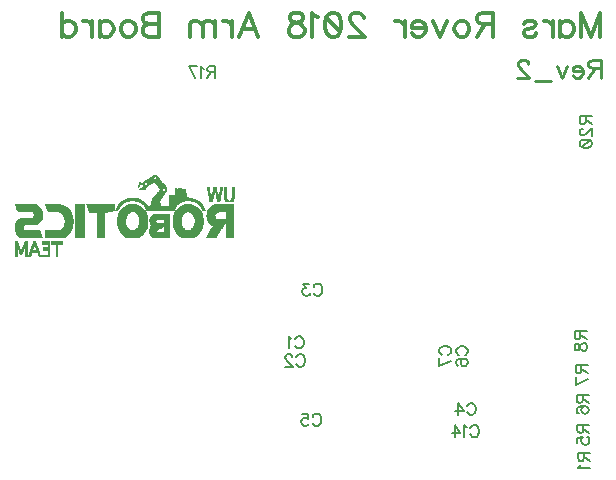
<source format=gbr>
G04 DipTrace 3.2.0.1*
G04 BottomSilk.gbr*
%MOIN*%
G04 #@! TF.FileFunction,Legend,Bot*
G04 #@! TF.Part,Single*
%ADD12C,0.003*%
%ADD48C,0.002989*%
%ADD100C,0.005906*%
%ADD102C,0.012351*%
%ADD103C,0.009264*%
%FSLAX26Y26*%
G04*
G70*
G90*
G75*
G01*
G04 BotSilk*
%LPD*%
X1039876Y2095590D2*
D12*
X1030837D1*
X1042719Y2092593D2*
X1025879D1*
X1045344Y2089596D2*
X1039876D1*
X1030837D2*
X1020776D1*
X1047676Y2086599D2*
X1039876D1*
X1027848D2*
X1015455D1*
X1049863Y2083602D2*
X1010133D1*
X1052269Y2080578D2*
X1005030D1*
X1054602Y2077581D2*
X1000000D1*
X1056716Y2074584D2*
X994897D1*
X985857D2*
X982868D1*
X1058903Y2071587D2*
X1033825D1*
X1024276D2*
X1006852D1*
X997886D2*
X982358D1*
X1061382Y2068590D2*
X1036741D1*
X1020193D2*
X1006852D1*
X997886D2*
X981556D1*
X1064079Y2065593D2*
X1039366D1*
X1015673D2*
X1006852D1*
X997886D2*
X980390D1*
X1066849Y2062596D2*
X1041626D1*
X1011518D2*
X994605D1*
X982285D2*
X979078D1*
X1069255Y2059599D2*
X1043886D1*
X1008092D2*
X994022D1*
X981265D2*
X977911D1*
X1297869Y2056602D2*
X1291891D1*
X1270896D2*
X1264846D1*
X1258868D2*
X1252890D1*
X1237873D2*
X1228833D1*
X1213888D2*
X1207838D1*
X1071004D2*
X1046364D1*
X1005394D2*
X991325D1*
X979879D2*
X976891D1*
X1297869Y2053578D2*
X1291891D1*
X1270896D2*
X1264846D1*
X1258430D2*
X1252380D1*
X1238018D2*
X1228760D1*
X1213961D2*
X1208348D1*
D48*
X1111865Y2053591D3*
X1105851Y2053578D2*
D12*
X1102862D1*
X1072025D2*
X1049062D1*
X1003135D2*
X987388D1*
X1297869Y2050581D2*
X1291891D1*
X1270896D2*
X1264846D1*
X1257628D2*
X1251651D1*
X1238383D2*
X1228396D1*
X1214399D2*
X1209077D1*
X1135885D2*
X1102862D1*
X1072390D2*
X1069838D1*
X1057882D2*
X1051905D1*
X1000875D2*
X982868D1*
X1297869Y2047584D2*
X1291891D1*
X1270896D2*
X1264846D1*
X1256899D2*
X1250849D1*
X1239112D2*
X1227667D1*
X1215055D2*
X1209879D1*
X1135885D2*
X1102862D1*
X1072390D2*
X1069838D1*
X1057882D2*
X1049863D1*
X1297869Y2044587D2*
X1291891D1*
X1270896D2*
X1264846D1*
X1256316D2*
X1250338D1*
X1239841D2*
X1226865D1*
X1215857D2*
X1210389D1*
X1135885D2*
X1102862D1*
X1071150D2*
X1047822D1*
X1297869Y2041590D2*
X1291891D1*
X1270896D2*
X1264846D1*
X1255952D2*
X1250047D1*
X1240351D2*
X1226354D1*
X1216367D2*
X1210754D1*
X1135958D2*
X1102862D1*
X1069546D2*
X1045489D1*
X1297869Y2038593D2*
X1291891D1*
X1270896D2*
X1264846D1*
X1255441D2*
X1249974D1*
X1240643D2*
X1226063D1*
X1216659D2*
X1211264D1*
X1136396D2*
X1102862D1*
X1067724D2*
X1043157D1*
X1297869Y2035596D2*
X1291891D1*
X1270896D2*
X1264846D1*
X1254712D2*
X1249901D1*
X1240861D2*
X1237873D1*
X1232478D2*
X1225844D1*
X1216877D2*
X1212066D1*
X1137052D2*
X1102862D1*
X1065756D2*
X1040751D1*
X1297869Y2032599D2*
X1291891D1*
X1270896D2*
X1264846D1*
X1253911D2*
X1237873D1*
X1230728D2*
X1212868D1*
X1137854D2*
X1102862D1*
X1063423D2*
X1037835D1*
X1297869Y2029602D2*
X1291891D1*
X1270896D2*
X1264846D1*
X1253327D2*
X1238018D1*
X1229562D2*
X1213378D1*
X1138364D2*
X1081867D1*
X1061163D2*
X1034044D1*
X1297869Y2026578D2*
X1291746D1*
X1270969D2*
X1264846D1*
X1252963D2*
X1238383D1*
X1228687D2*
X1213743D1*
X1138656D2*
X1081867D1*
X1058976D2*
X1030326D1*
X1297723Y2023581D2*
X1291235D1*
X1271479D2*
X1264991D1*
X1252453D2*
X1239112D1*
X1227812D2*
X1214253D1*
X1138874D2*
X1081867D1*
X1056862D2*
X1027192D1*
X1297359Y2020584D2*
X1290069D1*
X1272719D2*
X1265356D1*
X1251651D2*
X1239841D1*
X1226938D2*
X1215055D1*
X1153163D2*
X1081867D1*
X1054529D2*
X1025879D1*
X973902D2*
X943867D1*
X1296557Y2017587D2*
X1288101D1*
X1274614D2*
X1266231D1*
X1250922D2*
X1240497D1*
X1226281D2*
X1215857D1*
X1164244D2*
X1081867D1*
X1052269D2*
X1024859D1*
X980754D2*
X936577D1*
X1295318Y2014590D2*
X1285841D1*
X1276874D2*
X1267470D1*
X1250338D2*
X1241226D1*
X1225480D2*
X1216367D1*
X1172335D2*
X1081867D1*
X1050665D2*
X1023838D1*
X986805D2*
X930235D1*
X1293714Y2011593D2*
X1269074D1*
X1250047D2*
X1242392D1*
X1224313D2*
X1216659D1*
X1178313D2*
X1159141D1*
X1129908D2*
X1081867D1*
X1049718D2*
X1022963D1*
X991908D2*
X970257D1*
X944960D2*
X925059D1*
X1291891Y2008596D2*
X1270896D1*
X1249901D2*
X1243850D1*
X1222855D2*
X1216877D1*
X1182760D2*
X1166431D1*
X1124003D2*
X1081867D1*
X1049353D2*
X1022380D1*
X996282D2*
X977911D1*
X938035D2*
X920830D1*
X1186332Y2005599D2*
X1172190D1*
X1118462D2*
X1081867D1*
X1049499D2*
X1021943D1*
X999708D2*
X984399D1*
X932276D2*
X917404D1*
X1189175Y2002602D2*
X1176709D1*
X1113724D2*
X1081867D1*
X1050155D2*
X1021360D1*
X1002333D2*
X989648D1*
X927610D2*
X914561D1*
X1294880Y1999578D2*
X1234884D1*
X1191508D2*
X1180282D1*
X1150903D2*
X1135885D1*
X1109787D2*
X1081867D1*
X1051030D2*
X1020266D1*
X1004665D2*
X993803D1*
X967851D2*
X949845D1*
X923746D2*
X912228D1*
X898888D2*
X805867D1*
X796900D2*
X769855D1*
X715836D2*
X667867D1*
X634844D2*
X568869D1*
X1294880Y1996581D2*
X1228104D1*
X1193331D2*
X1183198D1*
X1159505D2*
X1127575D1*
X1106725D2*
X1081867D1*
X1051905D2*
X1018881D1*
X1006852D2*
X996938D1*
X976016D2*
X941680D1*
X920685D2*
X910406D1*
X898888D2*
X807034D1*
X796900D2*
X769855D1*
X725531D2*
X669034D1*
X640603D2*
X569307D1*
X1294880Y1993584D2*
X1222491D1*
X1195007D2*
X1185603D1*
X1166722D2*
X1120722D1*
X1104320D2*
X999417D1*
X982504D2*
X935192D1*
X918206D2*
X908729D1*
X898888D2*
X808273D1*
X796900D2*
X769855D1*
X733259D2*
X670273D1*
X645341D2*
X570109D1*
X1294880Y1990587D2*
X1218117D1*
X1196611D2*
X1187717D1*
X1172408D2*
X1115255D1*
X1102424D2*
X1001312D1*
X987388D2*
X930307D1*
X916019D2*
X907271D1*
X898888D2*
X809585D1*
X796900D2*
X769855D1*
X739164D2*
X671658D1*
X649132D2*
X570983D1*
X1294880Y1987590D2*
X1214836D1*
X1198069D2*
X1189759D1*
X1176782D2*
X1110954D1*
X1100748D2*
X1002989D1*
X991252D2*
X926444D1*
X913905D2*
X905959D1*
X898888D2*
X810751D1*
X796900D2*
X769855D1*
X743611D2*
X673116D1*
X651975D2*
X571858D1*
X1294880Y1984593D2*
X1212430D1*
X1199527D2*
X1191217D1*
X1180282D2*
X1107819D1*
X1099217D2*
X1004520D1*
X994605D2*
X923236D1*
X911499D2*
X904865D1*
X898888D2*
X811772D1*
X796900D2*
X769855D1*
X746891D2*
X674501D1*
X654016D2*
X573025D1*
X1294880Y1981596D2*
X1210535D1*
X1200766D2*
X1192164D1*
X1183198D2*
X1105267D1*
X1097977D2*
X1005759D1*
X997667D2*
X920466D1*
X908656D2*
X812866D1*
X796900D2*
X769855D1*
X749443D2*
X675595D1*
X655474D2*
X574337D1*
X1294880Y1978599D2*
X1209223D1*
X1201860D2*
X1192893D1*
X1185457D2*
X1103008D1*
X1096884D2*
X1006852D1*
X1000364D2*
X918206D1*
X899252D2*
X813740D1*
X796900D2*
X769855D1*
X751630D2*
X676324D1*
X656714D2*
X576013D1*
X1294880Y1975602D2*
X1208494D1*
X1187353D2*
X1101039D1*
X1002478D2*
X916384D1*
X884308D2*
X814396D1*
X796900D2*
X769855D1*
X753306D2*
X676834D1*
X657734D2*
X577836D1*
X1294880Y1972578D2*
X1270896D1*
X1241590D2*
X1207984D1*
X1189030D2*
X1150247D1*
X1136469D2*
X1099435D1*
X1004228D2*
X968215D1*
X950574D2*
X914707D1*
X865864D2*
X841880D1*
X796900D2*
X769855D1*
X754618D2*
X718168D1*
X658318D2*
X628283D1*
X1294880Y1969581D2*
X1270896D1*
X1237362D2*
X1207473D1*
X1190488D2*
X1154912D1*
X1131803D2*
X1098050D1*
X1005540D2*
X971569D1*
X946200D2*
X913249D1*
X865864D2*
X841880D1*
X796900D2*
X769855D1*
X755785D2*
X722542D1*
X658609D2*
X630032D1*
X1294880Y1966584D2*
X1270896D1*
X1234082D2*
X1206817D1*
X1191581D2*
X1158557D1*
X1128231D2*
X1096957D1*
X1081867D2*
X1027848D1*
X1006342D2*
X974485D1*
X943065D2*
X912155D1*
X865864D2*
X841880D1*
X796900D2*
X769855D1*
X756733D2*
X725677D1*
X658755D2*
X631199D1*
X1294880Y1963587D2*
X1270896D1*
X1233061D2*
X1206380D1*
X1192310D2*
X1161182D1*
X1125534D2*
X1095936D1*
X1081867D2*
X1024057D1*
X1007144D2*
X976891D1*
X940805D2*
X911353D1*
X865864D2*
X841880D1*
X796900D2*
X769855D1*
X757462D2*
X727937D1*
X658828D2*
X631199D1*
X1294880Y1960590D2*
X1270896D1*
X1233499D2*
X1206598D1*
X1192747D2*
X1163150D1*
X1123638D2*
X1094989D1*
X1081867D2*
X1021360D1*
X1008019D2*
X978786D1*
X939274D2*
X910624D1*
X865864D2*
X841880D1*
X796900D2*
X769855D1*
X758118D2*
X729468D1*
X658755D2*
X629959D1*
X1294880Y1957593D2*
X1270896D1*
X1234155D2*
X1207036D1*
X1193258D2*
X1164608D1*
X1122253D2*
X1094405D1*
X1081867D2*
X1019537D1*
X1008821D2*
X980390D1*
X938035D2*
X909750D1*
X865864D2*
X841880D1*
X796900D2*
X769855D1*
X758992D2*
X730707D1*
X658390D2*
X628064D1*
X1294880Y1954596D2*
X1270896D1*
X1234884D2*
X1207473D1*
X1194060D2*
X1165702D1*
X1121524D2*
X1094114D1*
X1081867D2*
X1018152D1*
X1009331D2*
X981556D1*
X936941D2*
X908948D1*
X865864D2*
X841880D1*
X796900D2*
X769855D1*
X759794D2*
X731801D1*
X657661D2*
X586876D1*
X1294880Y1951599D2*
X1207838D1*
X1194862D2*
X1166795D1*
X1121160D2*
X1093968D1*
X1081867D2*
X1017058D1*
X1009623D2*
X982285D1*
X935994D2*
X908365D1*
X865864D2*
X841880D1*
X796900D2*
X769855D1*
X760378D2*
X732748D1*
X656787D2*
X581554D1*
X1294880Y1948602D2*
X1208275D1*
X1195372D2*
X1167743D1*
X1120941D2*
X1093895D1*
X1081867D2*
X1063860D1*
X1041188D2*
X1016402D1*
X1009768D2*
X982650D1*
X935410D2*
X908073D1*
X865864D2*
X841880D1*
X796900D2*
X769855D1*
X760669D2*
X733332D1*
X655766D2*
X577180D1*
X1294880Y1945578D2*
X1209223D1*
X1195663D2*
X1168253D1*
X1120941D2*
X1093895D1*
X1081867D2*
X1063860D1*
X1037398D2*
X1016257D1*
X1009841D2*
X982795D1*
X935119D2*
X907927D1*
X865864D2*
X841880D1*
X796900D2*
X769855D1*
X760815D2*
X733623D1*
X654235D2*
X574045D1*
X1294880Y1942581D2*
X1210462D1*
X1195663D2*
X1168180D1*
X1120868D2*
X1093895D1*
X1081867D2*
X1063860D1*
X1035867D2*
X1016475D1*
X1009841D2*
X982723D1*
X934973D2*
X907927D1*
X865864D2*
X841880D1*
X796900D2*
X769855D1*
X760815D2*
X733769D1*
X651975D2*
X571858D1*
X1294880Y1939584D2*
X1212358D1*
X1195372D2*
X1167524D1*
X1120868D2*
X1093895D1*
X1081867D2*
X1063860D1*
X1036887D2*
X1017204D1*
X1009841D2*
X982358D1*
X935046D2*
X908000D1*
X865864D2*
X841880D1*
X796900D2*
X769855D1*
X760742D2*
X733696D1*
X648986D2*
X570327D1*
X1294880Y1936587D2*
X1215128D1*
X1194643D2*
X1166722D1*
X1121014D2*
X1093895D1*
X1081867D2*
X1018371D1*
X1009841D2*
X981629D1*
X935410D2*
X908365D1*
X865864D2*
X841880D1*
X796900D2*
X769855D1*
X760378D2*
X733332D1*
X645123D2*
X569525D1*
X1294880Y1933590D2*
X1270896D1*
X1265356D2*
X1218991D1*
X1193914D2*
X1165847D1*
X1121378D2*
X1093968D1*
X1081867D2*
X1019464D1*
X1009768D2*
X980754D1*
X936212D2*
X909094D1*
X865864D2*
X841880D1*
X796900D2*
X769855D1*
X759649D2*
X732603D1*
X640894D2*
X569161D1*
X1294880Y1930593D2*
X1270896D1*
X1263096D2*
X1223730D1*
X1193331D2*
X1164754D1*
X1122180D2*
X1094332D1*
X1081867D2*
X1020412D1*
X1009404D2*
X979879D1*
X937379D2*
X909895D1*
X865864D2*
X841880D1*
X796900D2*
X769855D1*
X758847D2*
X731728D1*
X598977D2*
X568942D1*
X1294880Y1927596D2*
X1270896D1*
X1260982D2*
X1228833D1*
X1192966D2*
X1163369D1*
X1123492D2*
X1095134D1*
X1081867D2*
X1020047D1*
X1008675D2*
X978713D1*
X938691D2*
X910479D1*
X865864D2*
X841880D1*
X796900D2*
X769855D1*
X758336D2*
X730707D1*
X596498D2*
X568942D1*
X1294880Y1924599D2*
X1270896D1*
X1258868D2*
X1226354D1*
X1192456D2*
X1161546D1*
X1125242D2*
X1096009D1*
X1081867D2*
X1063860D1*
X1057226D2*
X1019173D1*
X1007800D2*
X977182D1*
X940295D2*
X911135D1*
X865864D2*
X841880D1*
X796900D2*
X769855D1*
X757972D2*
X729249D1*
X594457D2*
X568869D1*
X1294880Y1921602D2*
X1270896D1*
X1256899D2*
X1224094D1*
X1191581D2*
X1159286D1*
X1127502D2*
X1096884D1*
X1081867D2*
X1063860D1*
X1054529D2*
X1018079D1*
X1006852D2*
X974995D1*
X942117D2*
X912010D1*
X865864D2*
X841880D1*
X796900D2*
X769855D1*
X757462D2*
X727135D1*
X593874D2*
X568869D1*
X1294880Y1918578D2*
X1270896D1*
X1254858D2*
X1221980D1*
X1190415D2*
X1156662D1*
X1130126D2*
X1097977D1*
X1081867D2*
X1063860D1*
X1048770D2*
X1017058D1*
X1005759D2*
X971715D1*
X944377D2*
X912957D1*
X865864D2*
X841880D1*
X796900D2*
X769855D1*
X756587D2*
X724584D1*
X594967D2*
X568869D1*
X1294880Y1915581D2*
X1270896D1*
X1252817D2*
X1219866D1*
X1189030D2*
X1153892D1*
X1132897D2*
X1099290D1*
X1081867D2*
X1063860D1*
X1043448D2*
X1016402D1*
X1004374D2*
X967851D1*
X946856D2*
X913978D1*
X865864D2*
X841880D1*
X796900D2*
X769855D1*
X755347D2*
X721741D1*
X596717D2*
X568869D1*
X1294880Y1912584D2*
X1270896D1*
X1250849D2*
X1217971D1*
X1187499D2*
X1100675D1*
X1081867D2*
X1063860D1*
X1039657D2*
X1016111D1*
X1002697D2*
X915363D1*
X865864D2*
X841880D1*
X796900D2*
X769855D1*
X754035D2*
X667867D1*
X649861D2*
X569015D1*
X1294880Y1909587D2*
X1270896D1*
X1248880D2*
X1216294D1*
X1185603D2*
X1102279D1*
X1081867D2*
X1063860D1*
X1036887D2*
X1015965D1*
X1000729D2*
X917113D1*
X865864D2*
X841880D1*
X796900D2*
X769855D1*
X752431D2*
X667867D1*
X650882D2*
X569380D1*
X1294880Y1906590D2*
X1270896D1*
X1246839D2*
X1214545D1*
X1183270D2*
X1104174D1*
X1081867D2*
X1016038D1*
X998833D2*
X919008D1*
X865864D2*
X841880D1*
X796900D2*
X769855D1*
X750609D2*
X667867D1*
X651902D2*
X570181D1*
X1294880Y1903593D2*
X1270896D1*
X1244871D2*
X1212722D1*
X1180573D2*
X1106507D1*
X1081867D2*
X1016402D1*
X996646D2*
X921122D1*
X865864D2*
X841880D1*
X796900D2*
X769855D1*
X748276D2*
X667867D1*
X652850D2*
X571494D1*
X1294880Y1900596D2*
X1270896D1*
X1242903D2*
X1210827D1*
X1177657D2*
X1109277D1*
X1081867D2*
X1017204D1*
X993730D2*
X924038D1*
X865864D2*
X841880D1*
X796900D2*
X769855D1*
X745506D2*
X667867D1*
X654016D2*
X573243D1*
X1294880Y1897599D2*
X1270896D1*
X1240861D2*
X1209004D1*
X1174085D2*
X1112703D1*
X1081867D2*
X1018589D1*
X989648D2*
X928048D1*
X865864D2*
X841880D1*
X796900D2*
X769855D1*
X742007D2*
X667867D1*
X655256D2*
X575649D1*
X1294880Y1894602D2*
X1270896D1*
X1238893D2*
X1207327D1*
X1169419D2*
X1117296D1*
X1081867D2*
X1020776D1*
X984326D2*
X933369D1*
X865864D2*
X841880D1*
X796900D2*
X769855D1*
X737414D2*
X667867D1*
X656568D2*
X578711D1*
X1294880Y1891578D2*
X1270896D1*
X1236925D2*
X1206015D1*
X1163515D2*
X1123274D1*
X1081867D2*
X1024057D1*
X977911D2*
X939857D1*
X865864D2*
X841880D1*
X796900D2*
X769855D1*
X731509D2*
X667867D1*
X657807D2*
X582574D1*
X1294880Y1888581D2*
X1270896D1*
X1234884D2*
X1204849D1*
X1156881D2*
X1129835D1*
X1081867D2*
X1027848D1*
X970840D2*
X946856D1*
X865864D2*
X841880D1*
X796900D2*
X769855D1*
X724875D2*
X667867D1*
X658901D2*
X586876D1*
X724875Y1876593D2*
X688863D1*
X682885D2*
X658901D1*
X634844D2*
X628866D1*
X607871D2*
X601893D1*
X574847D2*
X568869D1*
X724875Y1873596D2*
X688863D1*
X682885D2*
X658901D1*
X636010D2*
X627845D1*
X607871D2*
X599998D1*
X575941D2*
X568869D1*
X724875Y1870599D2*
X688863D1*
X682885D2*
X658901D1*
X637322D2*
X626825D1*
X607871D2*
X598394D1*
X576888D2*
X568869D1*
X709858Y1867602D2*
X703880D1*
X682885D2*
X676834D1*
X638562D2*
X625877D1*
X607871D2*
X597082D1*
X577836D2*
X568869D1*
X709858Y1864578D2*
X703880D1*
X682885D2*
X676834D1*
X639728D2*
X624856D1*
X607871D2*
X595988D1*
X578857D2*
X568869D1*
X709858Y1861581D2*
X703880D1*
X682885D2*
X676834D1*
X640822D2*
X623836D1*
X607871D2*
X594822D1*
X579877D2*
X568869D1*
X709858Y1858584D2*
X703880D1*
X682885D2*
X676834D1*
X641842D2*
X634261D1*
X628720D2*
X622888D1*
X607871D2*
X593509D1*
X580825D2*
X568869D1*
X709858Y1855587D2*
X703880D1*
X682885D2*
X661890D1*
X642863D2*
X636010D1*
X628283D2*
X621722D1*
X607871D2*
X592124D1*
X581918D2*
X568869D1*
X709858Y1852590D2*
X703880D1*
X682885D2*
X661890D1*
X643883D2*
X637104D1*
X627262D2*
X620482D1*
X607871D2*
X590958D1*
X582939D2*
X568869D1*
X709858Y1849593D2*
X703880D1*
X682885D2*
X661890D1*
X644977D2*
X637906D1*
X625877D2*
X619170D1*
X607871D2*
X601893D1*
X595769D2*
X589864D1*
X583887D2*
X568869D1*
X709858Y1846596D2*
X703880D1*
X682885D2*
X676834D1*
X646289D2*
X618004D1*
X607871D2*
X601893D1*
X595332D2*
X580971D1*
X574847D2*
X568869D1*
X709858Y1843599D2*
X703880D1*
X682885D2*
X676834D1*
X647601D2*
X616983D1*
X607871D2*
X601893D1*
X594530D2*
X581335D1*
X574847D2*
X568869D1*
X709858Y1840602D2*
X703880D1*
X682885D2*
X676834D1*
X648622D2*
X615890D1*
X607871D2*
X601893D1*
X593291D2*
X582137D1*
X574847D2*
X568869D1*
X709858Y1837578D2*
X703880D1*
X682885D2*
X676834D1*
X649351D2*
X644321D1*
X622378D2*
X614942D1*
X607871D2*
X601893D1*
X591687D2*
X583012D1*
X574847D2*
X568869D1*
X709858Y1834581D2*
X703880D1*
X682885D2*
X676834D1*
X649861D2*
X645050D1*
X621503D2*
X614359D1*
X607871D2*
X601893D1*
X589864D2*
X583887D1*
X574847D2*
X568869D1*
X709858Y1831584D2*
X703880D1*
X682885D2*
X645852D1*
X620264D2*
X613849D1*
X607871D2*
X601893D1*
X574847D2*
X568869D1*
X709858Y1828587D2*
X703880D1*
X682885D2*
X646435D1*
X618660D2*
X601893D1*
X574847D2*
X568869D1*
X709858Y1825590D2*
X703880D1*
X682885D2*
X646872D1*
X616837D2*
X601893D1*
X574847D2*
X568869D1*
X1039876Y2095590D2*
X1042719Y2092593D1*
X1045344Y2089596D1*
X1047676Y2086599D1*
X1049863Y2083602D1*
X1052269Y2080578D1*
X1054602Y2077581D1*
X1056716Y2074584D1*
X1058903Y2071587D1*
X1061382Y2068590D1*
X1064079Y2065593D1*
X1066849Y2062596D1*
X1069255Y2059599D1*
X1071004Y2056602D1*
X1072025Y2053578D1*
X1072390Y2050581D1*
Y2047584D1*
X1071150Y2044587D1*
X1069546Y2041590D1*
X1067724Y2038593D1*
X1065756Y2035596D1*
X1063423Y2032599D1*
X1061163Y2029602D1*
X1058976Y2026578D1*
X1056862Y2023581D1*
X1054529Y2020584D1*
X1052269Y2017587D1*
X1050665Y2014590D1*
X1049718Y2011593D1*
X1049353Y2008596D1*
X1049499Y2005599D1*
X1050155Y2002602D1*
X1051030Y1999578D1*
X1051905Y1996581D1*
X1030837Y2095590D2*
X1025879Y2092593D1*
X1020776Y2089596D1*
X1015455Y2086599D1*
X1010133Y2083602D1*
X1005030Y2080578D1*
X1000000Y2077581D1*
X994897Y2074584D1*
X1039876Y2092593D2*
Y2089596D1*
Y2086599D1*
X1033898Y2092593D2*
X1030837Y2089596D1*
X1027848Y2086599D1*
X982868Y2074584D2*
X982358Y2071587D1*
X981556Y2068590D1*
X980390Y2065593D1*
X979078Y2062596D1*
X977911Y2059599D1*
X976891Y2056602D1*
X1030837Y2074584D2*
X1033825Y2071587D1*
X1036741Y2068590D1*
X1039366Y2065593D1*
X1041626Y2062596D1*
X1043886Y2059599D1*
X1046364Y2056602D1*
X1049062Y2053578D1*
X1051905Y2050581D1*
X1049863Y2047584D1*
X1047822Y2044587D1*
X1045489Y2041590D1*
X1043157Y2038593D1*
X1040751Y2035596D1*
X1037835Y2032599D1*
X1034044Y2029602D1*
X1030326Y2026578D1*
X1027192Y2023581D1*
X1025879Y2020584D1*
X1024859Y2017587D1*
X1023838Y2014590D1*
X1022963Y2011593D1*
X1022380Y2008596D1*
X1021943Y2005599D1*
X1021360Y2002602D1*
X1020266Y1999578D1*
X1018881Y1996581D1*
X1027848Y2074584D2*
X1024276Y2071587D1*
X1020193Y2068590D1*
X1015673Y2065593D1*
X1011518Y2062596D1*
X1008092Y2059599D1*
X1005394Y2056602D1*
X1003135Y2053578D1*
X1000875Y2050581D1*
X1006852Y2074584D2*
Y2071587D1*
Y2068590D1*
Y2065593D1*
X997886Y2074584D2*
Y2071587D1*
Y2068590D1*
Y2065593D1*
X994897D2*
X994605Y2062596D1*
X994022Y2059599D1*
X991325Y2056602D1*
X987388Y2053578D1*
X982868Y2050581D1*
Y2065593D2*
X982285Y2062596D1*
X981265Y2059599D1*
X979879Y2056602D1*
X1297869D2*
Y2053578D1*
Y2050581D1*
Y2047584D1*
Y2044587D1*
Y2041590D1*
Y2038593D1*
Y2035596D1*
Y2032599D1*
Y2029602D1*
Y2026578D1*
X1297723Y2023581D1*
X1297359Y2020584D1*
X1296557Y2017587D1*
X1295318Y2014590D1*
X1293714Y2011593D1*
X1291891Y2008596D1*
Y2056602D2*
Y2053578D1*
Y2050581D1*
Y2047584D1*
Y2044587D1*
Y2041590D1*
Y2038593D1*
Y2035596D1*
Y2032599D1*
Y2029602D1*
X1291746Y2026578D1*
X1291235Y2023581D1*
X1290069Y2020584D1*
X1288101Y2017587D1*
X1285841Y2014590D1*
X1270896Y2056602D2*
Y2053578D1*
Y2050581D1*
Y2047584D1*
Y2044587D1*
Y2041590D1*
Y2038593D1*
Y2035596D1*
Y2032599D1*
Y2029602D1*
X1270969Y2026578D1*
X1271479Y2023581D1*
X1272719Y2020584D1*
X1274614Y2017587D1*
X1276874Y2014590D1*
X1264846Y2056602D2*
Y2053578D1*
Y2050581D1*
Y2047584D1*
Y2044587D1*
Y2041590D1*
Y2038593D1*
Y2035596D1*
Y2032599D1*
Y2029602D1*
Y2026578D1*
X1264991Y2023581D1*
X1265356Y2020584D1*
X1266231Y2017587D1*
X1267470Y2014590D1*
X1269074Y2011593D1*
X1270896Y2008596D1*
X1258868Y2056602D2*
X1258430Y2053578D1*
X1257628Y2050581D1*
X1256899Y2047584D1*
X1256316Y2044587D1*
X1255952Y2041590D1*
X1255441Y2038593D1*
X1254712Y2035596D1*
X1253911Y2032599D1*
X1253327Y2029602D1*
X1252963Y2026578D1*
X1252453Y2023581D1*
X1251651Y2020584D1*
X1250922Y2017587D1*
X1250338Y2014590D1*
X1250047Y2011593D1*
X1249901Y2008596D1*
X1252890Y2056602D2*
X1252380Y2053578D1*
X1251651Y2050581D1*
X1250849Y2047584D1*
X1250338Y2044587D1*
X1250047Y2041590D1*
X1249974Y2038593D1*
X1249901Y2035596D1*
X1237873Y2056602D2*
X1238018Y2053578D1*
X1238383Y2050581D1*
X1239112Y2047584D1*
X1239841Y2044587D1*
X1240351Y2041590D1*
X1240643Y2038593D1*
X1240861Y2035596D1*
X1228833Y2056602D2*
X1228760Y2053578D1*
X1228396Y2050581D1*
X1227667Y2047584D1*
X1226865Y2044587D1*
X1226354Y2041590D1*
X1226063Y2038593D1*
X1225844Y2035596D1*
X1213888Y2056602D2*
X1213961Y2053578D1*
X1214399Y2050581D1*
X1215055Y2047584D1*
X1215857Y2044587D1*
X1216367Y2041590D1*
X1216659Y2038593D1*
X1216877Y2035596D1*
X1207838Y2056602D2*
X1208348Y2053578D1*
X1209077Y2050581D1*
X1209879Y2047584D1*
X1210389Y2044587D1*
X1210754Y2041590D1*
X1211264Y2038593D1*
X1212066Y2035596D1*
X1212868Y2032599D1*
X1213378Y2029602D1*
X1213743Y2026578D1*
X1214253Y2023581D1*
X1215055Y2020584D1*
X1215857Y2017587D1*
X1216367Y2014590D1*
X1216659Y2011593D1*
X1216877Y2008596D1*
X1111901Y2053578D2*
X1135885Y2050581D1*
Y2047584D1*
Y2044587D1*
X1135958Y2041590D1*
X1136396Y2038593D1*
X1137052Y2035596D1*
X1137854Y2032599D1*
X1138364Y2029602D1*
X1138656Y2026578D1*
X1138874Y2023581D1*
X1153163Y2020584D1*
X1164244Y2017587D1*
X1172335Y2014590D1*
X1178313Y2011593D1*
X1182760Y2008596D1*
X1186332Y2005599D1*
X1189175Y2002602D1*
X1191508Y1999578D1*
X1193331Y1996581D1*
X1195007Y1993584D1*
X1196611Y1990587D1*
X1198069Y1987590D1*
X1199527Y1984593D1*
X1200766Y1981596D1*
X1201860Y1978599D1*
X1102862Y2053578D2*
Y2050581D1*
Y2047584D1*
Y2044587D1*
Y2041590D1*
Y2038593D1*
Y2035596D1*
Y2032599D1*
Y2029602D1*
X1081867D1*
Y2026578D1*
Y2023581D1*
Y2020584D1*
Y2017587D1*
Y2014590D1*
Y2011593D1*
Y2008596D1*
Y2005599D1*
Y2002602D1*
Y1999578D1*
Y1996581D1*
X1069838Y2053578D2*
Y2050581D1*
Y2047584D1*
X1057882Y2053578D2*
Y2050581D1*
Y2047584D1*
X1237873Y2038593D2*
Y2035596D1*
Y2032599D1*
X1238018Y2029602D1*
X1238383Y2026578D1*
X1239112Y2023581D1*
X1239841Y2020584D1*
X1240497Y2017587D1*
X1241226Y2014590D1*
X1242392Y2011593D1*
X1243850Y2008596D1*
X1234884Y2038593D2*
X1232478Y2035596D1*
X1230728Y2032599D1*
X1229562Y2029602D1*
X1228687Y2026578D1*
X1227812Y2023581D1*
X1226938Y2020584D1*
X1226281Y2017587D1*
X1225480Y2014590D1*
X1224313Y2011593D1*
X1222855Y2008596D1*
X973902Y2020584D2*
X980754Y2017587D1*
X986805Y2014590D1*
X991908Y2011593D1*
X996282Y2008596D1*
X999708Y2005599D1*
X1002333Y2002602D1*
X1004665Y1999578D1*
X1006852Y1996581D1*
X943867Y2020584D2*
X936577Y2017587D1*
X930235Y2014590D1*
X925059Y2011593D1*
X920830Y2008596D1*
X917404Y2005599D1*
X914561Y2002602D1*
X912228Y1999578D1*
X910406Y1996581D1*
X908729Y1993584D1*
X907271Y1990587D1*
X905959Y1987590D1*
X904865Y1984593D1*
X1150903Y2014590D2*
X1159141Y2011593D1*
X1166431Y2008596D1*
X1172190Y2005599D1*
X1176709Y2002602D1*
X1180282Y1999578D1*
X1183198Y1996581D1*
X1185603Y1993584D1*
X1187717Y1990587D1*
X1189759Y1987590D1*
X1191217Y1984593D1*
X1192164Y1981596D1*
X1192893Y1978599D1*
X1135885Y2014590D2*
X1129908Y2011593D1*
X1124003Y2008596D1*
X1118462Y2005599D1*
X1113724Y2002602D1*
X1109787Y1999578D1*
X1106725Y1996581D1*
X1104320Y1993584D1*
X1102424Y1990587D1*
X1100748Y1987590D1*
X1099217Y1984593D1*
X1097977Y1981596D1*
X1096884Y1978599D1*
X961873Y2014590D2*
X970257Y2011593D1*
X977911Y2008596D1*
X984399Y2005599D1*
X989648Y2002602D1*
X993803Y1999578D1*
X996938Y1996581D1*
X999417Y1993584D1*
X1001312Y1990587D1*
X1002989Y1987590D1*
X1004520Y1984593D1*
X1005759Y1981596D1*
X1006852Y1978599D1*
X952834Y2014590D2*
X944960Y2011593D1*
X938035Y2008596D1*
X932276Y2005599D1*
X927610Y2002602D1*
X923746Y1999578D1*
X920685Y1996581D1*
X918206Y1993584D1*
X916019Y1990587D1*
X913905Y1987590D1*
X911499Y1984593D1*
X908656Y1981596D1*
X899252Y1978599D1*
X884308Y1975602D1*
X865864Y1972578D1*
Y1969581D1*
Y1966584D1*
Y1963587D1*
Y1960590D1*
Y1957593D1*
Y1954596D1*
Y1951599D1*
Y1948602D1*
Y1945578D1*
Y1942581D1*
Y1939584D1*
Y1936587D1*
Y1933590D1*
Y1930593D1*
Y1927596D1*
Y1924599D1*
Y1921602D1*
Y1918578D1*
Y1915581D1*
Y1912584D1*
Y1909587D1*
Y1906590D1*
Y1903593D1*
Y1900596D1*
Y1897599D1*
Y1894602D1*
Y1891578D1*
Y1888581D1*
X1294880Y1999578D2*
Y1996581D1*
Y1993584D1*
Y1990587D1*
Y1987590D1*
Y1984593D1*
Y1981596D1*
Y1978599D1*
Y1975602D1*
Y1972578D1*
Y1969581D1*
Y1966584D1*
Y1963587D1*
Y1960590D1*
Y1957593D1*
Y1954596D1*
Y1951599D1*
Y1948602D1*
Y1945578D1*
Y1942581D1*
Y1939584D1*
Y1936587D1*
Y1933590D1*
Y1930593D1*
Y1927596D1*
Y1924599D1*
Y1921602D1*
Y1918578D1*
Y1915581D1*
Y1912584D1*
Y1909587D1*
Y1906590D1*
Y1903593D1*
Y1900596D1*
Y1897599D1*
Y1894602D1*
Y1891578D1*
Y1888581D1*
X1234884Y1999578D2*
X1228104Y1996581D1*
X1222491Y1993584D1*
X1218117Y1990587D1*
X1214836Y1987590D1*
X1212430Y1984593D1*
X1210535Y1981596D1*
X1209223Y1978599D1*
X1208494Y1975602D1*
X1207984Y1972578D1*
X1207473Y1969581D1*
X1206817Y1966584D1*
X1206380Y1963587D1*
X1206598Y1960590D1*
X1207036Y1957593D1*
X1207473Y1954596D1*
X1207838Y1951599D1*
X1208275Y1948602D1*
X1209223Y1945578D1*
X1210462Y1942581D1*
X1212358Y1939584D1*
X1215128Y1936587D1*
X1218991Y1933590D1*
X1223730Y1930593D1*
X1228833Y1927596D1*
X1226354Y1924599D1*
X1224094Y1921602D1*
X1221980Y1918578D1*
X1219866Y1915581D1*
X1217971Y1912584D1*
X1216294Y1909587D1*
X1214545Y1906590D1*
X1212722Y1903593D1*
X1210827Y1900596D1*
X1209004Y1897599D1*
X1207327Y1894602D1*
X1206015Y1891578D1*
X1204849Y1888581D1*
X1150903Y1999578D2*
X1159505Y1996581D1*
X1166722Y1993584D1*
X1172408Y1990587D1*
X1176782Y1987590D1*
X1180282Y1984593D1*
X1183198Y1981596D1*
X1185457Y1978599D1*
X1187353Y1975602D1*
X1189030Y1972578D1*
X1190488Y1969581D1*
X1191581Y1966584D1*
X1192310Y1963587D1*
X1192747Y1960590D1*
X1193258Y1957593D1*
X1194060Y1954596D1*
X1194862Y1951599D1*
X1195372Y1948602D1*
X1195663Y1945578D1*
Y1942581D1*
X1195372Y1939584D1*
X1194643Y1936587D1*
X1193914Y1933590D1*
X1193331Y1930593D1*
X1192966Y1927596D1*
X1192456Y1924599D1*
X1191581Y1921602D1*
X1190415Y1918578D1*
X1189030Y1915581D1*
X1187499Y1912584D1*
X1185603Y1909587D1*
X1183270Y1906590D1*
X1180573Y1903593D1*
X1177657Y1900596D1*
X1174085Y1897599D1*
X1169419Y1894602D1*
X1163515Y1891578D1*
X1156881Y1888581D1*
X1135885Y1999578D2*
X1127575Y1996581D1*
X1120722Y1993584D1*
X1115255Y1990587D1*
X1110954Y1987590D1*
X1107819Y1984593D1*
X1105267Y1981596D1*
X1103008Y1978599D1*
X1101039Y1975602D1*
X1099435Y1972578D1*
X1098050Y1969581D1*
X1096957Y1966584D1*
X1095936Y1963587D1*
X1094989Y1960590D1*
X1094405Y1957593D1*
X1094114Y1954596D1*
X1093968Y1951599D1*
X1093895Y1948602D1*
Y1945578D1*
Y1942581D1*
Y1939584D1*
Y1936587D1*
X1093968Y1933590D1*
X1094332Y1930593D1*
X1095134Y1927596D1*
X1096009Y1924599D1*
X1096884Y1921602D1*
X1097977Y1918578D1*
X1099290Y1915581D1*
X1100675Y1912584D1*
X1102279Y1909587D1*
X1104174Y1906590D1*
X1106507Y1903593D1*
X1109277Y1900596D1*
X1112703Y1897599D1*
X1117296Y1894602D1*
X1123274Y1891578D1*
X1129835Y1888581D1*
X967851Y1999578D2*
X976016Y1996581D1*
X982504Y1993584D1*
X987388Y1990587D1*
X991252Y1987590D1*
X994605Y1984593D1*
X997667Y1981596D1*
X1000364Y1978599D1*
X1002478Y1975602D1*
X1004228Y1972578D1*
X1005540Y1969581D1*
X1006342Y1966584D1*
X1007144Y1963587D1*
X1008019Y1960590D1*
X1008821Y1957593D1*
X1009331Y1954596D1*
X1009623Y1951599D1*
X1009768Y1948602D1*
X1009841Y1945578D1*
Y1942581D1*
Y1939584D1*
Y1936587D1*
X1009768Y1933590D1*
X1009404Y1930593D1*
X1008675Y1927596D1*
X1007800Y1924599D1*
X1006852Y1921602D1*
X1005759Y1918578D1*
X1004374Y1915581D1*
X1002697Y1912584D1*
X1000729Y1909587D1*
X998833Y1906590D1*
X996646Y1903593D1*
X993730Y1900596D1*
X989648Y1897599D1*
X984326Y1894602D1*
X977911Y1891578D1*
X970840Y1888581D1*
X949845Y1999578D2*
X941680Y1996581D1*
X935192Y1993584D1*
X930307Y1990587D1*
X926444Y1987590D1*
X923236Y1984593D1*
X920466Y1981596D1*
X918206Y1978599D1*
X916384Y1975602D1*
X914707Y1972578D1*
X913249Y1969581D1*
X912155Y1966584D1*
X911353Y1963587D1*
X910624Y1960590D1*
X909750Y1957593D1*
X908948Y1954596D1*
X908365Y1951599D1*
X908073Y1948602D1*
X907927Y1945578D1*
Y1942581D1*
X908000Y1939584D1*
X908365Y1936587D1*
X909094Y1933590D1*
X909895Y1930593D1*
X910479Y1927596D1*
X911135Y1924599D1*
X912010Y1921602D1*
X912957Y1918578D1*
X913978Y1915581D1*
X915363Y1912584D1*
X917113Y1909587D1*
X919008Y1906590D1*
X921122Y1903593D1*
X924038Y1900596D1*
X928048Y1897599D1*
X933369Y1894602D1*
X939857Y1891578D1*
X946856Y1888581D1*
X898888Y1999578D2*
Y1996581D1*
Y1993584D1*
Y1990587D1*
Y1987590D1*
Y1984593D1*
X805867Y1999578D2*
X807034Y1996581D1*
X808273Y1993584D1*
X809585Y1990587D1*
X810751Y1987590D1*
X811772Y1984593D1*
X812866Y1981596D1*
X813740Y1978599D1*
X814396Y1975602D1*
X814834Y1972578D1*
X841880D1*
Y1969581D1*
Y1966584D1*
Y1963587D1*
Y1960590D1*
Y1957593D1*
Y1954596D1*
Y1951599D1*
Y1948602D1*
Y1945578D1*
Y1942581D1*
Y1939584D1*
Y1936587D1*
Y1933590D1*
Y1930593D1*
Y1927596D1*
Y1924599D1*
Y1921602D1*
Y1918578D1*
Y1915581D1*
Y1912584D1*
Y1909587D1*
Y1906590D1*
Y1903593D1*
Y1900596D1*
Y1897599D1*
Y1894602D1*
Y1891578D1*
Y1888581D1*
X796900Y1999578D2*
Y1996581D1*
Y1993584D1*
Y1990587D1*
Y1987590D1*
Y1984593D1*
Y1981596D1*
Y1978599D1*
Y1975602D1*
Y1972578D1*
Y1969581D1*
Y1966584D1*
Y1963587D1*
Y1960590D1*
Y1957593D1*
Y1954596D1*
Y1951599D1*
Y1948602D1*
Y1945578D1*
Y1942581D1*
Y1939584D1*
Y1936587D1*
Y1933590D1*
Y1930593D1*
Y1927596D1*
Y1924599D1*
Y1921602D1*
Y1918578D1*
Y1915581D1*
Y1912584D1*
Y1909587D1*
Y1906590D1*
Y1903593D1*
Y1900596D1*
Y1897599D1*
Y1894602D1*
Y1891578D1*
Y1888581D1*
X769855Y1999578D2*
Y1996581D1*
Y1993584D1*
Y1990587D1*
Y1987590D1*
Y1984593D1*
Y1981596D1*
Y1978599D1*
Y1975602D1*
Y1972578D1*
Y1969581D1*
Y1966584D1*
Y1963587D1*
Y1960590D1*
Y1957593D1*
Y1954596D1*
Y1951599D1*
Y1948602D1*
Y1945578D1*
Y1942581D1*
Y1939584D1*
Y1936587D1*
Y1933590D1*
Y1930593D1*
Y1927596D1*
Y1924599D1*
Y1921602D1*
Y1918578D1*
Y1915581D1*
Y1912584D1*
Y1909587D1*
Y1906590D1*
Y1903593D1*
Y1900596D1*
Y1897599D1*
Y1894602D1*
Y1891578D1*
Y1888581D1*
X715836Y1999578D2*
X725531Y1996581D1*
X733259Y1993584D1*
X739164Y1990587D1*
X743611Y1987590D1*
X746891Y1984593D1*
X749443Y1981596D1*
X751630Y1978599D1*
X753306Y1975602D1*
X754618Y1972578D1*
X755785Y1969581D1*
X756733Y1966584D1*
X757462Y1963587D1*
X758118Y1960590D1*
X758992Y1957593D1*
X759794Y1954596D1*
X760378Y1951599D1*
X760669Y1948602D1*
X760815Y1945578D1*
Y1942581D1*
X760742Y1939584D1*
X760378Y1936587D1*
X759649Y1933590D1*
X758847Y1930593D1*
X758336Y1927596D1*
X757972Y1924599D1*
X757462Y1921602D1*
X756587Y1918578D1*
X755347Y1915581D1*
X754035Y1912584D1*
X752431Y1909587D1*
X750609Y1906590D1*
X748276Y1903593D1*
X745506Y1900596D1*
X742007Y1897599D1*
X737414Y1894602D1*
X731509Y1891578D1*
X724875Y1888581D1*
X667867Y1999578D2*
X669034Y1996581D1*
X670273Y1993584D1*
X671658Y1990587D1*
X673116Y1987590D1*
X674501Y1984593D1*
X675595Y1981596D1*
X676324Y1978599D1*
X676834Y1975602D1*
X634844Y1999578D2*
X640603Y1996581D1*
X645341Y1993584D1*
X649132Y1990587D1*
X651975Y1987590D1*
X654016Y1984593D1*
X655474Y1981596D1*
X656714Y1978599D1*
X657734Y1975602D1*
X658318Y1972578D1*
X658609Y1969581D1*
X658755Y1966584D1*
X658828Y1963587D1*
X658755Y1960590D1*
X658390Y1957593D1*
X657661Y1954596D1*
X656787Y1951599D1*
X655766Y1948602D1*
X654235Y1945578D1*
X651975Y1942581D1*
X648986Y1939584D1*
X645123Y1936587D1*
X640894Y1933590D1*
X568869Y1999578D2*
X569307Y1996581D1*
X570109Y1993584D1*
X570983Y1990587D1*
X571858Y1987590D1*
X573025Y1984593D1*
X574337Y1981596D1*
X576013Y1978599D1*
X577836Y1975602D1*
X1270896D2*
Y1972578D1*
Y1969581D1*
Y1966584D1*
Y1963587D1*
Y1960590D1*
Y1957593D1*
Y1954596D1*
X1246839Y1975602D2*
X1241590Y1972578D1*
X1237362Y1969581D1*
X1234082Y1966584D1*
X1233061Y1963587D1*
X1233499Y1960590D1*
X1234155Y1957593D1*
X1234884Y1954596D1*
X1144852Y1975602D2*
X1150247Y1972578D1*
X1154912Y1969581D1*
X1158557Y1966584D1*
X1161182Y1963587D1*
X1163150Y1960590D1*
X1164608Y1957593D1*
X1165702Y1954596D1*
X1166795Y1951599D1*
X1167743Y1948602D1*
X1168253Y1945578D1*
X1168180Y1942581D1*
X1167524Y1939584D1*
X1166722Y1936587D1*
X1165847Y1933590D1*
X1164754Y1930593D1*
X1163369Y1927596D1*
X1161546Y1924599D1*
X1159286Y1921602D1*
X1156662Y1918578D1*
X1153892Y1915581D1*
X1141863Y1975602D2*
X1136469Y1972578D1*
X1131803Y1969581D1*
X1128231Y1966584D1*
X1125534Y1963587D1*
X1123638Y1960590D1*
X1122253Y1957593D1*
X1121524Y1954596D1*
X1121160Y1951599D1*
X1120941Y1948602D1*
Y1945578D1*
X1120868Y1942581D1*
Y1939584D1*
X1121014Y1936587D1*
X1121378Y1933590D1*
X1122180Y1930593D1*
X1123492Y1927596D1*
X1125242Y1924599D1*
X1127502Y1921602D1*
X1130126Y1918578D1*
X1132897Y1915581D1*
X964862Y1975602D2*
X968215Y1972578D1*
X971569Y1969581D1*
X974485Y1966584D1*
X976891Y1963587D1*
X978786Y1960590D1*
X980390Y1957593D1*
X981556Y1954596D1*
X982285Y1951599D1*
X982650Y1948602D1*
X982795Y1945578D1*
X982723Y1942581D1*
X982358Y1939584D1*
X981629Y1936587D1*
X980754Y1933590D1*
X979879Y1930593D1*
X978713Y1927596D1*
X977182Y1924599D1*
X974995Y1921602D1*
X971715Y1918578D1*
X967851Y1915581D1*
X955895Y1975602D2*
X950574Y1972578D1*
X946200Y1969581D1*
X943065Y1966584D1*
X940805Y1963587D1*
X939274Y1960590D1*
X938035Y1957593D1*
X936941Y1954596D1*
X935994Y1951599D1*
X935410Y1948602D1*
X935119Y1945578D1*
X934973Y1942581D1*
X935046Y1939584D1*
X935410Y1936587D1*
X936212Y1933590D1*
X937379Y1930593D1*
X938691Y1927596D1*
X940295Y1924599D1*
X942117Y1921602D1*
X944377Y1918578D1*
X946856Y1915581D1*
X712847Y1975602D2*
X718168Y1972578D1*
X722542Y1969581D1*
X725677Y1966584D1*
X727937Y1963587D1*
X729468Y1960590D1*
X730707Y1957593D1*
X731801Y1954596D1*
X732748Y1951599D1*
X733332Y1948602D1*
X733623Y1945578D1*
X733769Y1942581D1*
X733696Y1939584D1*
X733332Y1936587D1*
X732603Y1933590D1*
X731728Y1930593D1*
X730707Y1927596D1*
X729249Y1924599D1*
X727135Y1921602D1*
X724584Y1918578D1*
X721741Y1915581D1*
X718897Y1912584D1*
X625877Y1975602D2*
X628283Y1972578D1*
X630032Y1969581D1*
X631199Y1966584D1*
Y1963587D1*
X629959Y1960590D1*
X628064Y1957593D1*
X625877Y1954596D1*
X1081867Y1966584D2*
Y1963587D1*
Y1960590D1*
Y1957593D1*
Y1954596D1*
Y1951599D1*
Y1948602D1*
Y1945578D1*
Y1942581D1*
Y1939584D1*
Y1936587D1*
Y1933590D1*
Y1930593D1*
Y1927596D1*
Y1924599D1*
Y1921602D1*
Y1918578D1*
Y1915581D1*
Y1912584D1*
Y1909587D1*
Y1906590D1*
Y1903593D1*
Y1900596D1*
Y1897599D1*
Y1894602D1*
Y1891578D1*
Y1888581D1*
X1027848Y1966584D2*
X1024057Y1963587D1*
X1021360Y1960590D1*
X1019537Y1957593D1*
X1018152Y1954596D1*
X1017058Y1951599D1*
X1016402Y1948602D1*
X1016257Y1945578D1*
X1016475Y1942581D1*
X1017204Y1939584D1*
X1018371Y1936587D1*
X1019464Y1933590D1*
X1020412Y1930593D1*
X1020047Y1927596D1*
X1019173Y1924599D1*
X1018079Y1921602D1*
X1017058Y1918578D1*
X1016402Y1915581D1*
X1016111Y1912584D1*
X1015965Y1909587D1*
X1016038Y1906590D1*
X1016402Y1903593D1*
X1017204Y1900596D1*
X1018589Y1897599D1*
X1020776Y1894602D1*
X1024057Y1891578D1*
X1027848Y1888581D1*
X586876Y1954596D2*
X581554Y1951599D1*
X577180Y1948602D1*
X574045Y1945578D1*
X571858Y1942581D1*
X570327Y1939584D1*
X569525Y1936587D1*
X569161Y1933590D1*
X568942Y1930593D1*
Y1927596D1*
X568869Y1924599D1*
Y1921602D1*
Y1918578D1*
Y1915581D1*
X569015Y1912584D1*
X569380Y1909587D1*
X570181Y1906590D1*
X571494Y1903593D1*
X573243Y1900596D1*
X575649Y1897599D1*
X578711Y1894602D1*
X582574Y1891578D1*
X586876Y1888581D1*
X1063860Y1951599D2*
Y1948602D1*
Y1945578D1*
Y1942581D1*
Y1939584D1*
X1045854Y1951599D2*
X1041188Y1948602D1*
X1037398Y1945578D1*
X1035867Y1942581D1*
X1036887Y1939584D1*
X1270896Y1936587D2*
Y1933590D1*
Y1930593D1*
Y1927596D1*
Y1924599D1*
Y1921602D1*
Y1918578D1*
Y1915581D1*
Y1912584D1*
Y1909587D1*
Y1906590D1*
Y1903593D1*
Y1900596D1*
Y1897599D1*
Y1894602D1*
Y1891578D1*
Y1888581D1*
X1267834Y1936587D2*
X1265356Y1933590D1*
X1263096Y1930593D1*
X1260982Y1927596D1*
X1258868Y1924599D1*
X1256899Y1921602D1*
X1254858Y1918578D1*
X1252817Y1915581D1*
X1250849Y1912584D1*
X1248880Y1909587D1*
X1246839Y1906590D1*
X1244871Y1903593D1*
X1242903Y1900596D1*
X1240861Y1897599D1*
X1238893Y1894602D1*
X1236925Y1891578D1*
X1234884Y1888581D1*
X601893Y1933590D2*
X598977Y1930593D1*
X596498Y1927596D1*
X594457Y1924599D1*
X593874Y1921602D1*
X594967Y1918578D1*
X596717Y1915581D1*
X598904Y1912584D1*
X1063860Y1927596D2*
Y1924599D1*
Y1921602D1*
Y1918578D1*
Y1915581D1*
Y1912584D1*
Y1909587D1*
X1057882Y1927596D2*
X1057226Y1924599D1*
X1054529Y1921602D1*
X1048770Y1918578D1*
X1043448Y1915581D1*
X1039657Y1912584D1*
X1036887Y1909587D1*
X667867Y1912584D2*
Y1909587D1*
Y1906590D1*
Y1903593D1*
Y1900596D1*
Y1897599D1*
Y1894602D1*
Y1891578D1*
Y1888581D1*
X649861Y1912584D2*
X650882Y1909587D1*
X651902Y1906590D1*
X652850Y1903593D1*
X654016Y1900596D1*
X655256Y1897599D1*
X656568Y1894602D1*
X657807Y1891578D1*
X658901Y1888581D1*
X724875Y1876593D2*
Y1873596D1*
Y1870599D1*
Y1867602D1*
X709858D1*
Y1864578D1*
Y1861581D1*
Y1858584D1*
Y1855587D1*
Y1852590D1*
Y1849593D1*
Y1846596D1*
Y1843599D1*
Y1840602D1*
Y1837578D1*
Y1834581D1*
Y1831584D1*
Y1828587D1*
Y1825590D1*
X688863Y1876593D2*
Y1873596D1*
Y1870599D1*
Y1867602D1*
X703880D1*
Y1864578D1*
Y1861581D1*
Y1858584D1*
Y1855587D1*
Y1852590D1*
Y1849593D1*
Y1846596D1*
Y1843599D1*
Y1840602D1*
Y1837578D1*
Y1834581D1*
Y1831584D1*
Y1828587D1*
Y1825590D1*
X682885Y1876593D2*
Y1873596D1*
Y1870599D1*
Y1867602D1*
Y1864578D1*
Y1861581D1*
Y1858584D1*
Y1855587D1*
Y1852590D1*
Y1849593D1*
Y1846596D1*
Y1843599D1*
Y1840602D1*
Y1837578D1*
Y1834581D1*
Y1831584D1*
Y1828587D1*
Y1825590D1*
X658901Y1876593D2*
Y1873596D1*
Y1870599D1*
Y1867602D1*
X676834D1*
Y1864578D1*
Y1861581D1*
Y1858584D1*
Y1855587D1*
X661890D1*
Y1852590D1*
Y1849593D1*
Y1846596D1*
X676834D1*
Y1843599D1*
Y1840602D1*
Y1837578D1*
Y1834581D1*
X634844Y1876593D2*
X636010Y1873596D1*
X637322Y1870599D1*
X638562Y1867602D1*
X639728Y1864578D1*
X640822Y1861581D1*
X641842Y1858584D1*
X642863Y1855587D1*
X643883Y1852590D1*
X644977Y1849593D1*
X646289Y1846596D1*
X647601Y1843599D1*
X648622Y1840602D1*
X649351Y1837578D1*
X649861Y1834581D1*
X628866Y1876593D2*
X627845Y1873596D1*
X626825Y1870599D1*
X625877Y1867602D1*
X624856Y1864578D1*
X623836Y1861581D1*
X622888Y1858584D1*
X621722Y1855587D1*
X620482Y1852590D1*
X619170Y1849593D1*
X618004Y1846596D1*
X616983Y1843599D1*
X615890Y1840602D1*
X614942Y1837578D1*
X614359Y1834581D1*
X613849Y1831584D1*
X607871Y1876593D2*
Y1873596D1*
Y1870599D1*
Y1867602D1*
Y1864578D1*
Y1861581D1*
Y1858584D1*
Y1855587D1*
Y1852590D1*
Y1849593D1*
Y1846596D1*
Y1843599D1*
Y1840602D1*
Y1837578D1*
Y1834581D1*
Y1831584D1*
X601893Y1876593D2*
X599998Y1873596D1*
X598394Y1870599D1*
X597082Y1867602D1*
X595988Y1864578D1*
X594822Y1861581D1*
X593509Y1858584D1*
X592124Y1855587D1*
X590958Y1852590D1*
X589864Y1849593D1*
X574847Y1876593D2*
X575941Y1873596D1*
X576888Y1870599D1*
X577836Y1867602D1*
X578857Y1864578D1*
X579877Y1861581D1*
X580825Y1858584D1*
X581918Y1855587D1*
X582939Y1852590D1*
X583887Y1849593D1*
X568869Y1876593D2*
Y1873596D1*
Y1870599D1*
Y1867602D1*
Y1864578D1*
Y1861581D1*
Y1858584D1*
Y1855587D1*
Y1852590D1*
Y1849593D1*
Y1846596D1*
Y1843599D1*
Y1840602D1*
Y1837578D1*
Y1834581D1*
Y1831584D1*
Y1828587D1*
Y1825590D1*
X631855Y1861581D2*
X634261Y1858584D1*
X636010Y1855587D1*
X637104Y1852590D1*
X637906Y1849593D1*
X628866Y1861581D2*
X628720Y1858584D1*
X628283Y1855587D1*
X627262Y1852590D1*
X625877Y1849593D1*
X601893Y1852590D2*
Y1849593D1*
Y1846596D1*
Y1843599D1*
Y1840602D1*
Y1837578D1*
Y1834581D1*
Y1831584D1*
Y1828587D1*
Y1825590D1*
X595842Y1852590D2*
X595769Y1849593D1*
X595332Y1846596D1*
X594530Y1843599D1*
X593291Y1840602D1*
X591687Y1837578D1*
X589864Y1834581D1*
X580898Y1849593D2*
X580971Y1846596D1*
X581335Y1843599D1*
X582137Y1840602D1*
X583012Y1837578D1*
X583887Y1834581D1*
X574847Y1849593D2*
Y1846596D1*
Y1843599D1*
Y1840602D1*
Y1837578D1*
Y1834581D1*
Y1831584D1*
Y1828587D1*
Y1825590D1*
X643883Y1840602D2*
X644321Y1837578D1*
X645050Y1834581D1*
X645852Y1831584D1*
X646435Y1828587D1*
X646872Y1825590D1*
X622888Y1840602D2*
X622378Y1837578D1*
X621503Y1834581D1*
X620264Y1831584D1*
X618660Y1828587D1*
X616837Y1825590D1*
X1501537Y1549044D2*
D100*
X1503439Y1552846D1*
X1507285Y1556693D1*
X1511088Y1558594D1*
X1518737D1*
X1522584Y1556693D1*
X1526387Y1552846D1*
X1528332Y1549044D1*
X1530233Y1543296D1*
Y1533701D1*
X1528332Y1527997D1*
X1526387Y1524150D1*
X1522584Y1520348D1*
X1518737Y1518402D1*
X1511088D1*
X1507285Y1520348D1*
X1503439Y1524150D1*
X1501537Y1527997D1*
X1489726Y1550901D2*
X1485880Y1552846D1*
X1480132Y1558550D1*
Y1518402D1*
X1506200Y1488857D2*
X1508102Y1492660D1*
X1511948Y1496507D1*
X1515751Y1498408D1*
X1523400D1*
X1527247Y1496507D1*
X1531049Y1492660D1*
X1532995Y1488857D1*
X1534896Y1483109D1*
Y1473515D1*
X1532995Y1467811D1*
X1531049Y1463964D1*
X1527247Y1460161D1*
X1523400Y1458216D1*
X1515751D1*
X1511948Y1460161D1*
X1508102Y1463964D1*
X1506200Y1467811D1*
X1492444Y1488813D2*
Y1490714D1*
X1490542Y1494561D1*
X1488641Y1496462D1*
X1484794Y1498364D1*
X1477145D1*
X1473343Y1496462D1*
X1471441Y1494561D1*
X1469496Y1490714D1*
Y1486912D1*
X1471441Y1483065D1*
X1475244Y1477361D1*
X1494389Y1458216D1*
X1467595D1*
X1564287Y1724682D2*
X1566188Y1728484D1*
X1570035Y1732331D1*
X1573837Y1734232D1*
X1581487D1*
X1585334Y1732331D1*
X1589136Y1728484D1*
X1591082Y1724682D1*
X1592983Y1718933D1*
Y1709339D1*
X1591082Y1703635D1*
X1589136Y1699788D1*
X1585334Y1695986D1*
X1581487Y1694040D1*
X1573837D1*
X1570035Y1695986D1*
X1566188Y1699788D1*
X1564287Y1703635D1*
X1548629Y1734188D2*
X1527627D1*
X1539079Y1718889D1*
X1533331D1*
X1529528Y1716988D1*
X1527627Y1715087D1*
X1525681Y1709339D1*
Y1705536D1*
X1527627Y1699788D1*
X1531429Y1695941D1*
X1537177Y1694040D1*
X1542925D1*
X1548629Y1695941D1*
X1550530Y1697887D1*
X1552476Y1701689D1*
X2075552Y1327285D2*
X2077454Y1331088D1*
X2081301Y1334934D1*
X2085103Y1336836D1*
X2092752D1*
X2096599Y1334934D1*
X2100402Y1331088D1*
X2102347Y1327285D1*
X2104248Y1321537D1*
Y1311942D1*
X2102347Y1306239D1*
X2100402Y1302392D1*
X2096599Y1298589D1*
X2092752Y1296644D1*
X2085103D1*
X2081301Y1298589D1*
X2077454Y1302392D1*
X2075552Y1306239D1*
X2044596Y1296644D2*
Y1336792D1*
X2063741Y1310041D1*
X2035046D1*
X1560161Y1291164D2*
X1562062Y1294967D1*
X1565909Y1298814D1*
X1569711Y1300715D1*
X1577361D1*
X1581208Y1298814D1*
X1585010Y1294967D1*
X1586956Y1291164D1*
X1588857Y1285416D1*
Y1275822D1*
X1586956Y1270118D1*
X1585010Y1266271D1*
X1581208Y1262469D1*
X1577361Y1260523D1*
X1569711D1*
X1565909Y1262469D1*
X1562062Y1266271D1*
X1560161Y1270118D1*
X1525402Y1300671D2*
X1544503D1*
X1546404Y1283471D1*
X1544503Y1285372D1*
X1538755Y1287318D1*
X1533051D1*
X1527303Y1285372D1*
X1523456Y1281570D1*
X1521555Y1275822D1*
Y1272019D1*
X1523456Y1266271D1*
X1527303Y1262424D1*
X1533051Y1260523D1*
X1538755D1*
X1544503Y1262424D1*
X1546404Y1264370D1*
X1548350Y1268172D1*
X2047969Y1496314D2*
X2044167Y1498216D1*
X2040320Y1502062D1*
X2038419Y1505865D1*
Y1513514D1*
X2040320Y1517361D1*
X2044167Y1521163D1*
X2047969Y1523109D1*
X2053718Y1525010D1*
X2063312D1*
X2069016Y1523109D1*
X2072863Y1521163D1*
X2076665Y1517361D1*
X2078611Y1513514D1*
Y1505865D1*
X2076665Y1502062D1*
X2072863Y1498215D1*
X2069016Y1496314D1*
X2044167Y1461555D2*
X2040364Y1463457D1*
X2038463Y1469205D1*
Y1473007D1*
X2040364Y1478755D1*
X2046112Y1482602D1*
X2055663Y1484503D1*
X2065214D1*
X2072863Y1482602D1*
X2076710Y1478755D1*
X2078611Y1473007D1*
Y1471106D1*
X2076710Y1465402D1*
X2072863Y1461555D1*
X2067115Y1459654D1*
X2065214D1*
X2059465Y1461555D1*
X2055663Y1465402D1*
X2053762Y1471106D1*
Y1473007D1*
X2055663Y1478755D1*
X2059466Y1482602D1*
X2065214Y1484503D1*
X1991715Y1497244D2*
X1987912Y1499145D1*
X1984066Y1502992D1*
X1982164Y1506794D1*
Y1514444D1*
X1984066Y1518290D1*
X1987912Y1522093D1*
X1991715Y1524038D1*
X1997463Y1525940D1*
X2007058D1*
X2012762Y1524038D1*
X2016608Y1522093D1*
X2020411Y1518290D1*
X2022356Y1514443D1*
Y1506794D1*
X2020411Y1502992D1*
X2016608Y1499145D1*
X2012762Y1497244D1*
X2022356Y1477783D2*
X1982208Y1458638D1*
X1982209Y1485433D1*
X2086569Y1253302D2*
X2088470Y1257105D1*
X2092317Y1260952D1*
X2096120Y1262853D1*
X2103769D1*
X2107616Y1260952D1*
X2111418Y1257105D1*
X2113364Y1253302D1*
X2115265Y1247554D1*
Y1237959D1*
X2113364Y1232256D1*
X2111418Y1228409D1*
X2107616Y1224606D1*
X2103769Y1222661D1*
X2096120D1*
X2092317Y1224606D1*
X2088470Y1228409D1*
X2086569Y1232256D1*
X2074758Y1255159D2*
X2070911Y1257105D1*
X2065163Y1262809D1*
Y1222661D1*
X2034207D2*
Y1262809D1*
X2053352Y1236058D1*
X2024656D1*
X2464283Y1169262D2*
Y1152062D1*
X2462338Y1146314D1*
X2460437Y1144368D1*
X2456634Y1142467D1*
X2452787D1*
X2448985Y1144368D1*
X2447039Y1146314D1*
X2445138Y1152062D1*
Y1169262D1*
X2485330D1*
X2464283Y1155864D2*
X2485330Y1142467D1*
X2452832Y1130656D2*
X2450886Y1126809D1*
X2445182Y1121061D1*
X2485330D1*
X2462299Y1263170D2*
Y1245970D1*
X2460354Y1240222D1*
X2458452Y1238277D1*
X2454650Y1236375D1*
X2450803D1*
X2447001Y1238277D1*
X2445055Y1240222D1*
X2443154Y1245970D1*
Y1263170D1*
X2483346D1*
X2462299Y1249773D2*
X2483346Y1236375D1*
X2443198Y1201617D2*
Y1220718D1*
X2460398Y1222619D1*
X2458497Y1220718D1*
X2456551Y1214970D1*
Y1209266D1*
X2458497Y1203518D1*
X2462299Y1199671D1*
X2468047Y1197770D1*
X2471850D1*
X2477598Y1199671D1*
X2481445Y1203518D1*
X2483346Y1209266D1*
Y1214970D1*
X2481445Y1220718D1*
X2479499Y1222619D1*
X2475697Y1224564D1*
X2460277Y1364184D2*
Y1346984D1*
X2458331Y1341236D1*
X2456430Y1339291D1*
X2452628Y1337390D1*
X2448781D1*
X2444978Y1339291D1*
X2443033Y1341236D1*
X2441132Y1346984D1*
Y1364184D1*
X2481323D1*
X2460277Y1350787D2*
X2481323Y1337389D1*
X2446879Y1302631D2*
X2443077Y1304532D1*
X2441176Y1310280D1*
Y1314082D1*
X2443077Y1319831D1*
X2448825Y1323677D1*
X2458376Y1325579D1*
X2467926D1*
X2475575Y1323677D1*
X2479422Y1319830D1*
X2481324Y1314082D1*
Y1312181D1*
X2479422Y1306477D1*
X2475575Y1302631D1*
X2469827Y1300729D1*
X2467926D1*
X2462178Y1302631D1*
X2458376Y1306477D1*
X2456474Y1312181D1*
Y1314082D1*
X2458376Y1319831D1*
X2462178Y1323677D1*
X2467926Y1325579D1*
X2456474Y1462456D2*
Y1445256D1*
X2454528Y1439508D1*
X2452627Y1437563D1*
X2448824Y1435661D1*
X2444978D1*
X2441175Y1437563D1*
X2439230Y1439508D1*
X2437328Y1445256D1*
Y1462456D1*
X2477520D1*
X2456474Y1449059D2*
X2477520Y1435661D1*
Y1416201D2*
X2437373Y1397056D1*
Y1423851D1*
X2453400Y1575250D2*
Y1558050D1*
X2451455Y1552302D1*
X2449553Y1550357D1*
X2445751Y1548456D1*
X2441904D1*
X2438102Y1550357D1*
X2436156Y1552302D1*
X2434255Y1558050D1*
Y1575250D1*
X2474447D1*
X2453400Y1561853D2*
X2474447Y1548456D1*
X2434299Y1527094D2*
X2436200Y1532798D1*
X2440003Y1534743D1*
X2443850D1*
X2447652Y1532798D1*
X2449598Y1528995D1*
X2451499Y1521346D1*
X2453400Y1515598D1*
X2457247Y1511796D1*
X2461049Y1509894D1*
X2466797D1*
X2470600Y1511796D1*
X2472546Y1513697D1*
X2474447Y1519445D1*
Y1527094D1*
X2472546Y1532798D1*
X2470600Y1534743D1*
X2466798Y1536645D1*
X2461050D1*
X2457247Y1534743D1*
X2453400Y1530897D1*
X2451499Y1525193D1*
X2449598Y1517544D1*
X2447652Y1513697D1*
X2443850Y1511796D1*
X2440003D1*
X2436200Y1513697D1*
X2434299Y1519445D1*
Y1527094D1*
X1235460Y2439854D2*
X1218260D1*
X1212512Y2441800D1*
X1210566Y2443701D1*
X1208665Y2447504D1*
Y2451350D1*
X1210566Y2455153D1*
X1212512Y2457099D1*
X1218260Y2459000D1*
X1235460D1*
Y2418808D1*
X1222062Y2439854D2*
X1208665Y2418808D1*
X1196854Y2451306D2*
X1193007Y2453252D1*
X1187259Y2458956D1*
Y2418808D1*
X1167799D2*
X1148653Y2458956D1*
X1175448D1*
X2470483Y2292019D2*
Y2274819D1*
X2468537Y2269071D1*
X2466636Y2267125D1*
X2462834Y2265224D1*
X2458987D1*
X2455184Y2267125D1*
X2453239Y2269071D1*
X2451338Y2274819D1*
Y2292019D1*
X2491529D1*
X2470483Y2278621D2*
X2491530Y2265224D1*
X2460932Y2251468D2*
X2459031D1*
X2455184Y2249566D1*
X2453283Y2247665D1*
X2451382Y2243818D1*
Y2236169D1*
X2453283Y2232367D1*
X2455184Y2230465D1*
X2459031Y2228520D1*
X2462834D1*
X2466680Y2230465D1*
X2472384Y2234268D1*
X2491530Y2253413D1*
Y2226618D1*
X2451382Y2203311D2*
X2453283Y2209059D1*
X2459031Y2212906D1*
X2468582Y2214807D1*
X2474330D1*
X2483880Y2212906D1*
X2489628Y2209059D1*
X2491530Y2203311D1*
Y2199509D1*
X2489628Y2193761D1*
X2483880Y2189958D1*
X2474330Y2188013D1*
X2468582D1*
X2459031Y2189958D1*
X2453283Y2193761D1*
X2451382Y2199509D1*
Y2203311D1*
X2459031Y2189958D2*
X2483880Y2212906D1*
X2456537Y2557206D2*
D102*
Y2637591D1*
X2487134Y2557206D1*
X2517732Y2637591D1*
Y2557206D1*
X2385938Y2610796D2*
Y2557206D1*
Y2599300D2*
X2393544Y2606993D1*
X2401237Y2610796D1*
X2412645D1*
X2420338Y2606993D1*
X2427943Y2599300D1*
X2431834Y2587804D1*
Y2580199D1*
X2427943Y2568703D1*
X2420338Y2561097D1*
X2412645Y2557206D1*
X2401237D1*
X2393544Y2561097D1*
X2385938Y2568703D1*
X2361236Y2610796D2*
Y2557206D1*
Y2587804D2*
X2357345Y2599300D1*
X2349740Y2606993D1*
X2342046Y2610796D1*
X2330550D1*
X2263754Y2599300D2*
X2267557Y2606993D1*
X2279053Y2610796D1*
X2290549D1*
X2302045Y2606993D1*
X2305847Y2599300D1*
X2302045Y2591695D1*
X2294351Y2587804D1*
X2275250Y2584001D1*
X2267557Y2580199D1*
X2263754Y2572505D1*
Y2568703D1*
X2267557Y2561097D1*
X2279053Y2557206D1*
X2290549D1*
X2302045Y2561097D1*
X2305847Y2568703D1*
X2161290Y2599300D2*
X2126890D1*
X2115394Y2603191D1*
X2111503Y2606993D1*
X2107700Y2614598D1*
Y2622292D1*
X2111503Y2629897D1*
X2115394Y2633788D1*
X2126890Y2637591D1*
X2161290D1*
Y2557206D1*
X2134495Y2599300D2*
X2107700Y2557206D1*
X2063896Y2610796D2*
X2071501Y2606993D1*
X2079195Y2599300D1*
X2082998Y2587804D1*
Y2580199D1*
X2079195Y2568703D1*
X2071501Y2561097D1*
X2063896Y2557206D1*
X2052400D1*
X2044707Y2561097D1*
X2037102Y2568703D1*
X2033211Y2580199D1*
Y2587804D1*
X2037102Y2599300D1*
X2044707Y2606993D1*
X2052400Y2610796D1*
X2063896D1*
X2008508D2*
X1985516Y2557206D1*
X1962612Y2610796D1*
X1937909Y2587804D2*
X1892013D1*
Y2595497D1*
X1895816Y2603191D1*
X1899619Y2606993D1*
X1907312Y2610796D1*
X1918808D1*
X1926413Y2606993D1*
X1934107Y2599300D1*
X1937909Y2587804D1*
Y2580199D1*
X1934107Y2568703D1*
X1926413Y2561097D1*
X1918808Y2557206D1*
X1907312D1*
X1899619Y2561097D1*
X1892013Y2568703D1*
X1867311Y2610796D2*
Y2557206D1*
Y2587804D2*
X1863420Y2599300D1*
X1855815Y2606993D1*
X1848121Y2610796D1*
X1836625D1*
X1730270Y2618401D2*
Y2622203D1*
X1726467Y2629897D1*
X1722665Y2633700D1*
X1714971Y2637502D1*
X1699673D1*
X1692067Y2633700D1*
X1688265Y2629897D1*
X1684374Y2622203D1*
Y2614598D1*
X1688265Y2606905D1*
X1695870Y2595497D1*
X1734161Y2557206D1*
X1680571D1*
X1632876Y2637502D2*
X1644373Y2633700D1*
X1652066Y2622203D1*
X1655869Y2603102D1*
Y2591606D1*
X1652066Y2572505D1*
X1644373Y2561009D1*
X1632876Y2557206D1*
X1625271D1*
X1613775Y2561009D1*
X1606170Y2572505D1*
X1602279Y2591606D1*
Y2603102D1*
X1606170Y2622203D1*
X1613775Y2633700D1*
X1625271Y2637502D1*
X1632876D1*
X1606170Y2622203D2*
X1652066Y2572505D1*
X1577576Y2622203D2*
X1569883Y2626094D1*
X1558387Y2637502D1*
Y2557206D1*
X1514583Y2637502D2*
X1525991Y2633700D1*
X1529882Y2626094D1*
Y2618401D1*
X1525991Y2610796D1*
X1518385Y2606905D1*
X1503087Y2603102D1*
X1491591Y2599300D1*
X1483986Y2591606D1*
X1480183Y2584001D1*
Y2572505D1*
X1483986Y2564900D1*
X1487788Y2561009D1*
X1499284Y2557206D1*
X1514583D1*
X1525991Y2561009D1*
X1529882Y2564900D1*
X1533684Y2572505D1*
Y2584001D1*
X1529882Y2591606D1*
X1522188Y2599300D1*
X1510780Y2603102D1*
X1495482Y2606905D1*
X1487788Y2610796D1*
X1483986Y2618401D1*
Y2626094D1*
X1487788Y2633700D1*
X1499284Y2637502D1*
X1514583D1*
X1316436Y2557206D2*
X1347122Y2637591D1*
X1377719Y2557206D1*
X1366223Y2584001D2*
X1327932D1*
X1291733Y2610796D2*
Y2557206D1*
Y2587804D2*
X1287842Y2599300D1*
X1280237Y2606993D1*
X1272544Y2610796D1*
X1261048D1*
X1236345D2*
Y2557206D1*
Y2595497D2*
X1224849Y2606993D1*
X1217155Y2610796D1*
X1205748D1*
X1198054Y2606993D1*
X1194251Y2595497D1*
Y2557206D1*
Y2595497D2*
X1182755Y2606993D1*
X1175062Y2610796D1*
X1163654D1*
X1155961Y2606993D1*
X1152070Y2595497D1*
Y2557206D1*
X1049605Y2637591D2*
Y2557206D1*
X1015117D1*
X1003621Y2561097D1*
X999819Y2564900D1*
X996016Y2572505D1*
Y2584001D1*
X999819Y2591695D1*
X1003621Y2595497D1*
X1015117Y2599300D1*
X1003621Y2603191D1*
X999819Y2606993D1*
X996016Y2614598D1*
Y2622292D1*
X999819Y2629897D1*
X1003621Y2633788D1*
X1015117Y2637591D1*
X1049605D1*
Y2599300D2*
X1015117D1*
X952212Y2610796D2*
X959817Y2606993D1*
X967511Y2599300D1*
X971313Y2587804D1*
Y2580199D1*
X967511Y2568703D1*
X959817Y2561097D1*
X952212Y2557206D1*
X940716D1*
X933023Y2561097D1*
X925417Y2568703D1*
X921526Y2580199D1*
Y2587804D1*
X925417Y2599300D1*
X933023Y2606993D1*
X940716Y2610796D1*
X952212D1*
X850928D2*
Y2557206D1*
Y2599300D2*
X858533Y2606993D1*
X866226Y2610796D1*
X877634D1*
X885328Y2606993D1*
X892933Y2599300D1*
X896824Y2587804D1*
Y2580199D1*
X892933Y2568703D1*
X885328Y2561097D1*
X877634Y2557206D1*
X866226D1*
X858533Y2561097D1*
X850928Y2568703D1*
X826225Y2610796D2*
Y2557206D1*
Y2587804D2*
X822334Y2599300D1*
X814729Y2606993D1*
X807035Y2610796D1*
X795539D1*
X724941Y2637591D2*
Y2557206D1*
Y2599300D2*
X732546Y2606993D1*
X740239Y2610796D1*
X751735D1*
X759341Y2606993D1*
X767034Y2599300D1*
X770837Y2587804D1*
Y2580199D1*
X767034Y2568703D1*
X759341Y2561097D1*
X751735Y2557206D1*
X740239D1*
X732546Y2561097D1*
X724941Y2568703D1*
X2520249Y2452203D2*
D103*
X2494449D1*
X2485827Y2455122D1*
X2482909Y2457973D1*
X2480057Y2463677D1*
Y2469447D1*
X2482909Y2475151D1*
X2485827Y2478069D1*
X2494449Y2480921D1*
X2520249D1*
Y2420633D1*
X2500153Y2452203D2*
X2480057Y2420633D1*
X2461530Y2443581D2*
X2427108D1*
Y2449351D1*
X2429960Y2455122D1*
X2432811Y2457973D1*
X2438582Y2460825D1*
X2447204D1*
X2452907Y2457973D1*
X2458678Y2452203D1*
X2461530Y2443581D1*
Y2437877D1*
X2458678Y2429255D1*
X2452907Y2423552D1*
X2447204Y2420633D1*
X2438582D1*
X2432811Y2423552D1*
X2427108Y2429255D1*
X2408581Y2460825D2*
X2391336Y2420633D1*
X2374159Y2460825D1*
X2355632Y2410685D2*
X2301114D1*
X2279668Y2466529D2*
Y2469381D1*
X2276817Y2475151D1*
X2273965Y2478003D1*
X2268194Y2480855D1*
X2256721D1*
X2251017Y2478003D1*
X2248165Y2475151D1*
X2245247Y2469381D1*
Y2463677D1*
X2248165Y2457907D1*
X2253869Y2449351D1*
X2282587Y2420633D1*
X2242395D1*
M02*

</source>
